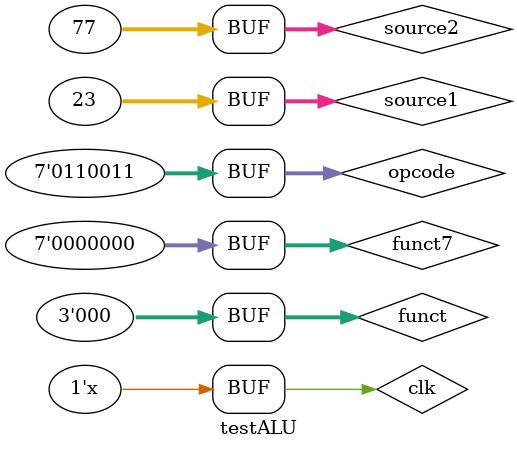
<source format=v>
`timescale 1ns / 1ps

/*
    By: Donovan Reynolds
*/

module testALU();

reg clk;
reg [31:0]  source1;
reg [31:0]  source2;
reg [31:0]  result;
wire [2:0]  funct;
wire [6:0]  funct7;
wire [6:0]  opcode;


wire [31:0] resultConnection;


initial clk = 0;
initial source1 = 23;
initial source2 = 77;
initial result = 0;

assign funct = 3'b000;
assign funct7 = 7'b0;
assign opcode = 7'b0110011;

ALU alu (.result(resultConnection), .source1(source1), .source2(source2), .funct(funct),.funct7(funct7),.opcode(opcode),.clk(clk));

always @(posedge clk) begin
    result <= resultConnection;
end

always #1 clk = ~clk;


endmodule

</source>
